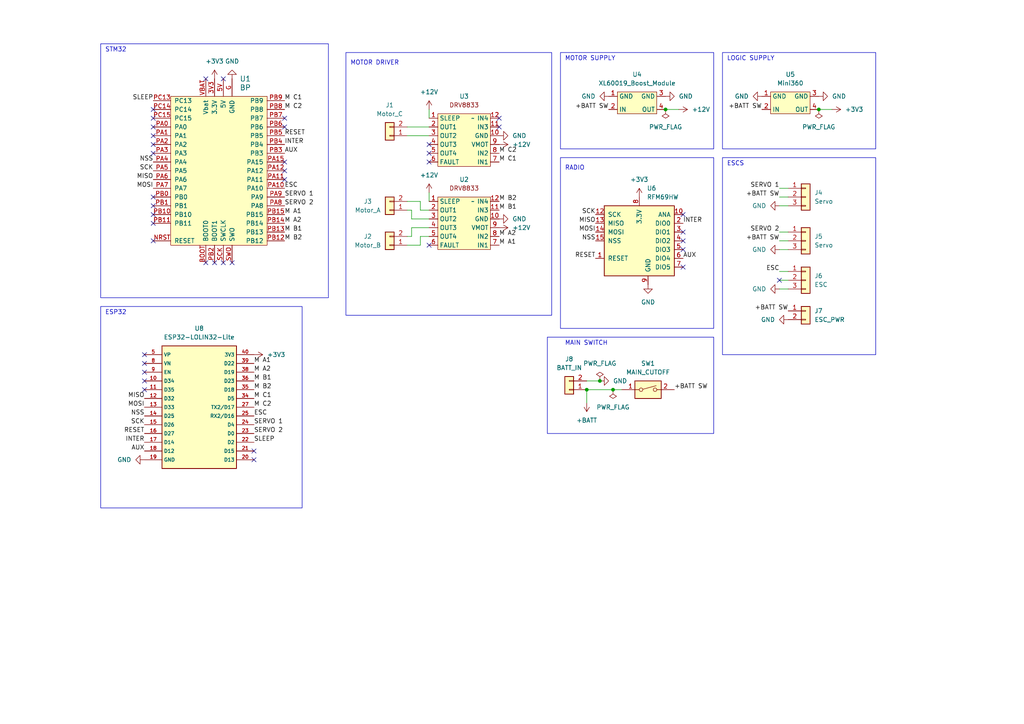
<source format=kicad_sch>
(kicad_sch (version 20230121) (generator eeschema)
  (paper "A4")
  (title_block (title "Omnidroid Controller") (rev "1.0"))
  (lib_symbols
    (symbol "Connector_Generic:Conn_01x02" (pin_names (offset 1.016) hide)
      (property "Reference" "J" (at 0 2.54 0))
      (property "Value" "Conn_01x02" (at 0 -5.08 0))
      (symbol "Conn_01x02_1_1"
        (rectangle (start -1.27 -2.413) (end 0 -2.667) (stroke (width 0.1524)))
        (rectangle (start -1.27 0.127) (end 0 -0.127) (stroke (width 0.1524)))
        (rectangle (start -1.27 1.27) (end 1.27 -3.81) (stroke (width 0.254)) (fill (type background)))
        (pin passive line (at -5.08 0 0) (length 3.81) (name "Pin_1") (number "1"))
        (pin passive line (at -5.08 -2.54 0) (length 3.81) (name "Pin_2") (number "2"))
      )
    )
    (symbol "Connector_Generic:Conn_01x03" (pin_names (offset 1.016) hide)
      (property "Reference" "J" (at 0 5.08 0))
      (property "Value" "Conn_01x03" (at 0 -5.08 0))
      (symbol "Conn_01x03_1_1"
        (rectangle (start -1.27 -2.413) (end 0 -2.667) (stroke (width 0.1524)))
        (rectangle (start -1.27 0.127) (end 0 -0.127) (stroke (width 0.1524)))
        (rectangle (start -1.27 2.667) (end 0 2.413) (stroke (width 0.1524)))
        (rectangle (start -1.27 3.81) (end 1.27 -3.81) (stroke (width 0.254)) (fill (type background)))
        (pin passive line (at -5.08 2.54 0) (length 3.81) (name "Pin_1") (number "1"))
        (pin passive line (at -5.08 0 0) (length 3.81) (name "Pin_2") (number "2"))
        (pin passive line (at -5.08 -2.54 0) (length 3.81) (name "Pin_3") (number "3"))
      )
    )
    (symbol "Espressif:ESP32-LOLIN32-Lite"
      (property "Reference" "U" (at -3.81 13.97 0))
      (property "Value" "ESP32-LOLIN32-Lite" (at 0 1.27 90))
      (symbol "ESP32-LOLIN32-Lite_0_1"
        (rectangle (start -11.43 19.05) (end 10.16 -16.51) (stroke (width 0.254)) (fill (type background)))
      )
      (symbol "ESP32-LOLIN32-Lite_1_1"
        (pin bidirectional line (at -16.51 8.89 0) (length 5.08) (name "D34") (number "10"))
        (pin bidirectional line (at -16.51 6.35 0) (length 5.08) (name "D35") (number "11"))
        (pin bidirectional line (at -16.51 3.81 0) (length 5.08) (name "D32") (number "12"))
        (pin bidirectional line (at -16.51 1.27 0) (length 5.08) (name "D33") (number "13"))
        (pin bidirectional line (at -16.51 -1.27 0) (length 5.08) (name "D25") (number "14"))
        (pin bidirectional line (at -16.51 -3.81 0) (length 5.08) (name "D26") (number "15"))
        (pin bidirectional line (at -16.51 -6.35 0) (length 5.08) (name "D27") (number "16"))
        (pin bidirectional line (at -16.51 -8.89 0) (length 5.08) (name "D14") (number "17"))
        (pin bidirectional line (at -16.51 -11.43 0) (length 5.08) (name "D12") (number "18"))
        (pin power_in line (at -16.51 -13.97 0) (length 5.08) (name "GND") (number "19"))
        (pin bidirectional line (at 15.24 -13.97 180) (length 5.08) (name "D13") (number "20"))
        (pin bidirectional line (at 15.24 -11.43 180) (length 5.08) (name "D15") (number "21"))
        (pin bidirectional line (at 15.24 -8.89 180) (length 5.08) (name "D2") (number "22"))
        (pin bidirectional line (at 15.24 -6.35 180) (length 5.08) (name "D0") (number "23"))
        (pin bidirectional line (at 15.24 -3.81 180) (length 5.08) (name "D4") (number "24"))
        (pin input line (at 15.24 -1.27 180) (length 5.08) (name "RX2/D16") (number "25"))
        (pin output line (at 15.24 1.27 180) (length 5.08) (name "TX2/D17") (number "27"))
        (pin bidirectional line (at 15.24 3.81 180) (length 5.08) (name "D5") (number "34"))
        (pin bidirectional line (at 15.24 6.35 180) (length 5.08) (name "D18") (number "35"))
        (pin bidirectional line (at 15.24 8.89 180) (length 5.08) (name "D23") (number "36"))
        (pin bidirectional line (at 15.24 11.43 180) (length 5.08) (name "D19") (number "38"))
        (pin bidirectional line (at 15.24 13.97 180) (length 5.08) (name "D22") (number "39"))
        (pin input line (at 15.24 16.51 180) (length 5.08) (name "3V3") (number "40"))
        (pin bidirectional line (at -16.51 16.51 0) (length 5.08) (name "VP") (number "5"))
        (pin bidirectional line (at -16.51 13.97 0) (length 5.08) (name "VN") (number "8"))
        (pin input line (at -16.51 11.43 0) (length 5.08) (name "EN") (number "9"))
      )
    )
    (symbol "My_Library:HW-627"
      (property "Reference" "U" (at 0 0 0))
      (symbol "HW-627_1_1"
        (rectangle (start -7.62 7.62) (end 7.62 -7.62) (fill (type background)))
        (text "DRV8833" (at 0 10.16 0) (effects (font (size 1.27 1.27))))
        (pin output line (at -10.16 6.35 0) (length 2.54) (name "SLEEP") (number "1"))
        (pin power_out line (at 10.16 1.27 180) (length 2.54) (name "GND") (number "10"))
        (pin input line (at 10.16 3.81 180) (length 2.54) (name "IN3") (number "11"))
        (pin input line (at 10.16 6.35 180) (length 2.54) (name "IN4") (number "12"))
        (pin output line (at -10.16 3.81 0) (length 2.54) (name "OUT1") (number "2"))
        (pin output line (at -10.16 1.27 0) (length 2.54) (name "OUT2") (number "3"))
        (pin output line (at -10.16 -1.27 0) (length 2.54) (name "OUT3") (number "4"))
        (pin output line (at -10.16 -3.81 0) (length 2.54) (name "OUT4") (number "5"))
        (pin output line (at -10.16 -6.35 0) (length 2.54) (name "FAULT") (number "6"))
        (pin input line (at 10.16 -6.35 180) (length 2.54) (name "IN1") (number "7"))
        (pin input line (at 10.16 -3.81 180) (length 2.54) (name "IN2") (number "8"))
        (pin power_in line (at 10.16 -1.27 180) (length 2.54) (name "VMOT") (number "9"))
      )
    )
    (symbol "My_Library:Mini360"
      (property "Reference" "U" (at 2.54 7.62 0))
      (property "Value" "Mini360" (at 6.35 10.16 0))
      (symbol "Mini360_1_1"
        (rectangle (start 0 6.35) (end 11.43 0) (fill (type background)))
        (pin power_in line (at -2.54 5.08 0) (length 2.54) (name "GND") (number "1"))
        (pin power_in line (at -2.54 1.27 0) (length 2.54) (name "IN") (number "2"))
        (pin power_out line (at 13.97 5.08 180) (length 2.54) (name "GND") (number "3"))
        (pin power_out line (at 13.97 1.27 180) (length 2.54) (name "OUT") (number "4"))
      )
    )
    (symbol "My_Library:STM32 Bluepill" (pin_names (offset 1.016))
      (property "Reference" "U" (at -11.43 22.86 0))
      (property "Value" "BP" (at 7.62 -24.13 0))
      (symbol "STM32 Bluepill_1_1"
        (rectangle (start -13.97 21.59) (end 13.97 -21.59) (fill (type background)))
        (pin power_out line (at -1.27 26.67 270) (length 5.08) (name "3.3V") (number "3V3"))
        (pin power_out line (at 1.27 26.67 270) (length 5.08) (name "5V") (number "5V"))
        (pin input line (at -3.81 -26.67 90) (length 5.08) (name "BOOT0") (number "BOOT"))
        (pin power_out line (at 3.81 26.67 270) (length 5.08) (name "GND") (number "G"))
        (pin input line (at -19.05 -20.32 0) (length 5.08) (name "RESET") (number "NRST"))
        (pin bidirectional line (at -19.05 12.7 0) (length 5.08) (name "PA0") (number "PA0"))
        (pin bidirectional line (at -19.05 10.16 0) (length 5.08) (name "PA1") (number "PA1"))
        (pin bidirectional line (at 19.05 -5.08 180) (length 5.08) (name "PA10") (number "PA10"))
        (pin bidirectional line (at 19.05 -2.54 180) (length 5.08) (name "PA11") (number "PA11"))
        (pin bidirectional line (at 19.05 0 180) (length 5.08) (name "PA12") (number "PA12"))
        (pin bidirectional line (at 19.05 2.54 180) (length 5.08) (name "PA15") (number "PA15"))
        (pin bidirectional line (at -19.05 7.62 0) (length 5.08) (name "PA2") (number "PA2"))
        (pin bidirectional line (at -19.05 5.08 0) (length 5.08) (name "PA3") (number "PA3"))
        (pin bidirectional line (at -19.05 2.54 0) (length 5.08) (name "PA4") (number "PA4"))
        (pin bidirectional line (at -19.05 0 0) (length 5.08) (name "PA5") (number "PA5"))
        (pin bidirectional line (at -19.05 -2.54 0) (length 5.08) (name "PA6") (number "PA6"))
        (pin bidirectional line (at -19.05 -5.08 0) (length 5.08) (name "PA7") (number "PA7"))
        (pin bidirectional line (at 19.05 -10.16 180) (length 5.08) (name "PA8") (number "PA8"))
        (pin bidirectional line (at 19.05 -7.62 180) (length 5.08) (name "PA9") (number "PA9"))
        (pin bidirectional line (at -19.05 -7.62 0) (length 5.08) (name "PB0") (number "PB0"))
        (pin bidirectional line (at -19.05 -10.16 0) (length 5.08) (name "PB1") (number "PB1"))
        (pin bidirectional line (at -19.05 -12.7 0) (length 5.08) (name "PB10") (number "PB10"))
        (pin bidirectional line (at -19.05 -15.24 0) (length 5.08) (name "PB11") (number "PB11"))
        (pin bidirectional line (at 19.05 -20.32 180) (length 5.08) (name "PB12") (number "PB12"))
        (pin bidirectional line (at 19.05 -17.78 180) (length 5.08) (name "PB13") (number "PB13"))
        (pin bidirectional line (at 19.05 -15.24 180) (length 5.08) (name "PB14") (number "PB14"))
        (pin bidirectional line (at 19.05 -12.7 180) (length 5.08) (name "PB15") (number "PB15"))
        (pin bidirectional line (at -1.27 -26.67 90) (length 5.08) (name "BOOT1") (number "PB2"))
        (pin bidirectional line (at 19.05 5.08 180) (length 5.08) (name "PB3") (number "PB3"))
        (pin bidirectional line (at 19.05 7.62 180) (length 5.08) (name "PB4") (number "PB4"))
        (pin bidirectional line (at 19.05 10.16 180) (length 5.08) (name "PB5") (number "PB5"))
        (pin bidirectional line (at 19.05 12.7 180) (length 5.08) (name "PB6") (number "PB6"))
        (pin bidirectional line (at 19.05 15.24 180) (length 5.08) (name "PB7") (number "PB7"))
        (pin bidirectional line (at 19.05 17.78 180) (length 5.08) (name "PB8") (number "PB8"))
        (pin bidirectional line (at 19.05 20.32 180) (length 5.08) (name "PB9") (number "PB9"))
        (pin bidirectional line (at -19.05 20.32 0) (length 5.08) (name "PC13") (number "PC13"))
        (pin bidirectional line (at -19.05 17.78 0) (length 5.08) (name "PC14") (number "PC14"))
        (pin bidirectional line (at -19.05 15.24 0) (length 5.08) (name "PC15") (number "PC15"))
        (pin bidirectional line (at 1.27 -26.67 90) (length 5.08) (name "SWCLK") (number "SCK"))
        (pin bidirectional line (at 3.81 -26.67 90) (length 5.08) (name "SWO") (number "SWO"))
        (pin power_in line (at -3.81 26.67 270) (length 5.08) (name "Vbat") (number "VBAT"))
      )
    )
    (symbol "My_Library:XL60019_Boost_Module"
      (property "Reference" "U" (at 2.54 7.62 0))
      (property "Value" "XL60019_Boost_Module" (at 6.35 10.16 0))
      (symbol "XL60019_Boost_Module_1_1"
        (rectangle (start 0 6.35) (end 11.43 0) (fill (type background)))
        (pin power_in line (at -2.54 5.08 0) (length 2.54) (name "GND") (number "1"))
        (pin power_in line (at -2.54 1.27 0) (length 2.54) (name "IN") (number "2"))
        (pin power_out line (at 13.97 5.08 180) (length 2.54) (name "GND") (number "3"))
        (pin power_out line (at 13.97 1.27 180) (length 2.54) (name "OUT") (number "4"))
      )
    )
    (symbol "RF_Module:RFM69HW" (pin_names (offset 1.016))
      (property "Reference" "U" (at -3.81 11.43 0))
      (property "Value" "RFM69HW" (at -7.62 13.97 0))
      (symbol "RFM69HW_0_1"
        (rectangle (start -10.16 10.16) (end 10.16 -10.16) (stroke (width 0.254)) (fill (type background)))
      )
      (symbol "RFM69HW_1_1"
        (pin input line (at -12.7 -5.08 0) (length 2.54) (name "RESET") (number "1"))
        (pin output line (at 12.7 7.62 180) (length 2.54) (name "ANA") (number "10"))
        (pin passive line (at 2.54 -12.7 90) (length 2.54) hide (name "GND") (number "11"))
        (pin input line (at -12.7 7.62 0) (length 2.54) (name "SCK") (number "12"))
        (pin output line (at -12.7 5.08 0) (length 2.54) (name "MISO") (number "13"))
        (pin input line (at -12.7 2.54 0) (length 2.54) (name "MOSI") (number "14"))
        (pin input line (at -12.7 0 0) (length 2.54) (name "NSS") (number "15"))
        (pin no_connect line (at -2.54 -10.16 90) (length 2.54) hide (name "NC") (number "16"))
        (pin bidirectional line (at 12.7 5.08 180) (length 2.54) (name "DIO0") (number "2"))
        (pin bidirectional line (at 12.7 2.54 180) (length 2.54) (name "DIO1") (number "3"))
        (pin bidirectional line (at 12.7 0 180) (length 2.54) (name "DIO2") (number "4"))
        (pin bidirectional line (at 12.7 -2.54 180) (length 2.54) (name "DIO3") (number "5"))
        (pin bidirectional line (at 12.7 -5.08 180) (length 2.54) (name "DIO4") (number "6"))
        (pin bidirectional line (at 12.7 -7.62 180) (length 2.54) (name "DIO5") (number "7"))
        (pin power_in line (at 0 12.7 270) (length 2.54) (name "3.3V") (number "8"))
        (pin power_in line (at 2.54 -12.7 90) (length 2.54) (name "GND") (number "9"))
      )
    )
    (symbol "Switch:SW_DIP_x01" (pin_names (offset 0) hide)
      (property "Reference" "SW" (at 0 3.81 0))
      (property "Value" "SW_DIP_x01" (at 0 -3.81 0))
      (symbol "SW_DIP_x01_0_0"
        (circle (center -2.032 0) (radius 0.508))
        (polyline (pts (xy -1.524 0.127) (xy 2.3622 1.1684)))
        (circle (center 2.032 0) (radius 0.508))
      )
      (symbol "SW_DIP_x01_0_1"
        (rectangle (start -3.81 2.54) (end 3.81 -2.54) (stroke (width 0.254)) (fill (type background)))
      )
      (symbol "SW_DIP_x01_1_1"
        (pin passive line (at -7.62 0 0) (length 5.08) (name "~") (number "1"))
        (pin passive line (at 7.62 0 180) (length 5.08) (name "~") (number "2"))
      )
    )
    (symbol "power:+12V" (power) (pin_names (offset 0))
      (property "Value" "+12V" (at 0 3.556 0))
      (symbol "+12V_0_1"
        (polyline (pts (xy -0.762 1.27) (xy 0 2.54)))
        (polyline (pts (xy 0 0) (xy 0 2.54)))
        (polyline (pts (xy 0 2.54) (xy 0.762 1.27)))
      )
      (symbol "+12V_1_1"
        (pin power_in line (at 0 0 90) (length 0) hide (name "+12V") (number "1"))
      )
    )
    (symbol "power:+3V3" (power) (pin_names (offset 0))
      (property "Value" "+3V3" (at 0 3.556 0))
      (symbol "+3V3_0_1"
        (polyline (pts (xy -0.762 1.27) (xy 0 2.54)))
        (polyline (pts (xy 0 0) (xy 0 2.54)))
        (polyline (pts (xy 0 2.54) (xy 0.762 1.27)))
      )
      (symbol "+3V3_1_1"
        (pin power_in line (at 0 0 90) (length 0) hide (name "+3V3") (number "1"))
      )
    )
    (symbol "power:+BATT" (power) (pin_names (offset 0))
      (property "Value" "+BATT" (at 0 3.556 0))
      (symbol "+BATT_0_1"
        (polyline (pts (xy -0.762 1.27) (xy 0 2.54)))
        (polyline (pts (xy 0 0) (xy 0 2.54)))
        (polyline (pts (xy 0 2.54) (xy 0.762 1.27)))
      )
      (symbol "+BATT_1_1"
        (pin power_in line (at 0 0 90) (length 0) hide (name "+BATT") (number "1"))
      )
    )
    (symbol "power:GND" (power) (pin_names (offset 0))
      (property "Value" "GND" (at 0 -3.81 0))
      (symbol "GND_0_1"
        (polyline (pts (xy 0 0) (xy 0 -1.27) (xy 1.27 -1.27) (xy 0 -2.54) (xy -1.27 -1.27) (xy 0 -1.27)))
      )
      (symbol "GND_1_1"
        (pin power_in line (at 0 0 270) (length 0) hide (name "GND") (number "1"))
      )
    )
    (symbol "power:PWR_FLAG" (power) (pin_numbers hide) (pin_names (offset 0) hide)
      (property "Value" "PWR_FLAG" (at 0 3.81 0))
      (symbol "PWR_FLAG_0_0"
        (pin power_out line (at 0 0 90) (length 0) (name "pwr") (number "1"))
      )
      (symbol "PWR_FLAG_0_1"
        (polyline (pts (xy 0 0) (xy 0 1.27) (xy -1.016 1.905) (xy 0 2.54) (xy 1.016 1.905) (xy 0 1.27)))
      )
    )
  )
  (junction (at 170.18 113.03))
  (junction (at 177.8 113.03))
  (junction (at 193.04 31.75))
  (junction (at 173.99 110.49))
  (junction (at 237.49 31.75))
  (no_connect (at 82.55 46.99))
  (no_connect (at 41.91 110.49))
  (no_connect (at 44.45 44.45))
  (no_connect (at 64.77 22.86))
  (no_connect (at 44.45 64.77))
  (no_connect (at 64.77 76.2))
  (no_connect (at 198.12 72.39))
  (no_connect (at 41.91 105.41))
  (no_connect (at 41.91 102.87))
  (no_connect (at 198.12 62.23))
  (no_connect (at 198.12 69.85))
  (no_connect (at 62.23 76.2))
  (no_connect (at 59.69 22.86))
  (no_connect (at 198.12 77.47))
  (no_connect (at 82.55 34.29))
  (no_connect (at 124.46 71.12))
  (no_connect (at 73.66 133.35))
  (no_connect (at 44.45 41.91))
  (no_connect (at 124.46 44.45))
  (no_connect (at 44.45 31.75))
  (no_connect (at 44.45 62.23))
  (no_connect (at 226.06 81.28))
  (no_connect (at 124.46 46.99))
  (no_connect (at 82.55 36.83))
  (no_connect (at 198.12 67.31))
  (no_connect (at 67.31 76.2))
  (no_connect (at 44.45 57.15))
  (no_connect (at 73.66 130.81))
  (no_connect (at 41.91 113.03))
  (no_connect (at 82.55 49.53))
  (no_connect (at 124.46 41.91))
  (no_connect (at 44.45 69.85))
  (no_connect (at 144.78 34.29))
  (no_connect (at 44.45 34.29))
  (no_connect (at 59.69 76.2))
  (no_connect (at 82.55 52.07))
  (no_connect (at 144.78 36.83))
  (no_connect (at 44.45 39.37))
  (no_connect (at 41.91 107.95))
  (no_connect (at 44.45 59.69))
  (no_connect (at 44.45 36.83))
  (wire (pts (xy 226.06 78.74) (xy 228.6 78.74)))
  (wire (pts (xy 119.38 68.58) (xy 119.38 66.04)))
  (wire (pts (xy 177.8 113.03) (xy 180.34 113.03)))
  (wire (pts (xy 118.11 71.12) (xy 121.92 71.12)))
  (wire (pts (xy 226.06 57.15) (xy 228.6 57.15)))
  (wire (pts (xy 121.92 60.96) (xy 124.46 60.96)))
  (wire (pts (xy 226.06 81.28) (xy 228.6 81.28)))
  (wire (pts (xy 241.3 31.75) (xy 237.49 31.75)))
  (wire (pts (xy 226.06 67.31) (xy 228.6 67.31)))
  (wire (pts (xy 226.06 69.85) (xy 228.6 69.85)))
  (wire (pts (xy 173.99 110.49) (xy 170.18 110.49)))
  (wire (pts (xy 196.85 31.75) (xy 193.04 31.75)))
  (wire (pts (xy 118.11 58.42) (xy 121.92 58.42)))
  (wire (pts (xy 121.92 58.42) (xy 121.92 60.96)))
  (wire (pts (xy 226.06 83.82) (xy 228.6 83.82)))
  (wire (pts (xy 170.18 116.84) (xy 170.18 113.03)))
  (wire (pts (xy 118.11 60.96) (xy 119.38 60.96)))
  (wire (pts (xy 121.92 68.58) (xy 124.46 68.58)))
  (wire (pts (xy 118.11 68.58) (xy 119.38 68.58)))
  (wire (pts (xy 226.06 59.69) (xy 228.6 59.69)))
  (wire (pts (xy 124.46 55.88) (xy 124.46 58.42)))
  (wire (pts (xy 119.38 63.5) (xy 124.46 63.5)))
  (wire (pts (xy 226.06 54.61) (xy 228.6 54.61)))
  (wire (pts (xy 124.46 31.75) (xy 124.46 34.29)))
  (wire (pts (xy 119.38 60.96) (xy 119.38 63.5)))
  (wire (pts (xy 119.38 66.04) (xy 124.46 66.04)))
  (wire (pts (xy 170.18 113.03) (xy 177.8 113.03)))
  (wire (pts (xy 121.92 71.12) (xy 121.92 68.58)))
  (wire (pts (xy 226.06 72.39) (xy 228.6 72.39)))
  (wire (pts (xy 118.11 39.37) (xy 124.46 39.37)))
  (wire (pts (xy 118.11 36.83) (xy 124.46 36.83)))
  (rectangle (start 162.56 15.24) (end 207.01 43.18))
  (rectangle (start 209.55 45.72) (end 254 102.87))
  (rectangle (start 29.21 88.9) (end 87.63 147.32))
  (rectangle (start 100.33 15.24) (end 160.02 91.44))
  (rectangle (start 158.75 97.79) (end 207.01 125.73))
  (rectangle (start 162.56 45.72) (end 207.01 95.25))
  (rectangle (start 29.21 12.7) (end 95.25 86.36))
  (rectangle (start 209.55 15.24) (end 254 43.18))
  (text "ESP32" (at 30.48 91.44 0) (effects (font (size 1.27 1.27)) (justify left bottom)))
  (text "RADIO" (at 163.83 49.53 0) (effects (font (size 1.27 1.27)) (justify left bottom)))
  (text "ESCS" (at 210.82 48.26 0) (effects (font (size 1.27 1.27)) (justify left bottom)))
  (text "MAIN SWITCH" (at 163.83 100.33 0) (effects (font (size 1.27 1.27)) (justify left bottom)))
  (text "STM32" (at 30.48 15.24 0) (effects (font (size 1.27 1.27)) (justify left bottom)))
  (text "MOTOR DRIVER" (at 101.6 19.05 0) (effects (font (size 1.27 1.27)) (justify left bottom)))
  (text "MOTOR SUPPLY\n" (at 163.83 17.78 0) (effects (font (size 1.27 1.27)) (justify left bottom)))
  (text "LOGIC SUPPLY\n" (at 210.82 17.78 0) (effects (font (size 1.27 1.27)) (justify left bottom)))
  (label "SERVO 1" (at 226.06 54.61 180))
  (label "M C2" (at 73.66 118.11 0))
  (label "MOSI" (at 44.45 54.61 180))
  (label "INTER" (at 41.91 128.27 180))
  (label "+BATT SW" (at 176.53 31.75 180))
  (label "SLEEP" (at 44.45 29.21 180))
  (label "M A2" (at 73.66 107.95 0))
  (label "INTER" (at 198.12 64.77 0))
  (label "SERVO 2" (at 226.06 67.31 180))
  (label "RESET" (at 82.55 39.37 0))
  (label "+BATT SW" (at 226.06 69.85 180))
  (label "INTER" (at 82.55 41.91 0))
  (label "SERVO 1" (at 73.66 123.19 0))
  (label "AUX" (at 41.91 130.81 180))
  (label "MISO" (at 172.72 64.77 180))
  (label "ESC" (at 82.55 54.61 0))
  (label "SCK" (at 172.72 62.23 180))
  (label "M B1" (at 73.66 110.49 0))
  (label "NSS" (at 172.72 69.85 180))
  (label "+BATT SW" (at 220.98 31.75 180))
  (label "M C2" (at 82.55 31.75 0))
  (label "NSS" (at 41.91 120.65 180))
  (label "+BATT SW" (at 195.58 113.03 0))
  (label "M C1" (at 144.78 46.99 0))
  (label "MISO" (at 41.91 115.57 180))
  (label "M B1" (at 82.55 67.31 0))
  (label "ESC" (at 226.06 78.74 180))
  (label "SCK" (at 41.91 123.19 180))
  (label "M C1" (at 73.66 115.57 0))
  (label "M B1" (at 144.78 60.96 0))
  (label "M C2" (at 144.78 44.45 0))
  (label "M A2" (at 144.78 68.58 0))
  (label "+BATT SW" (at 226.06 57.15 180))
  (label "MISO" (at 44.45 52.07 180))
  (label "RESET" (at 41.91 125.73 180))
  (label "RESET" (at 172.72 74.93 180))
  (label "SERVO 2" (at 73.66 125.73 0))
  (label "SERVO 2" (at 82.55 59.69 0))
  (label "M A2" (at 82.55 64.77 0))
  (label "ESC" (at 73.66 120.65 0))
  (label "M B2" (at 82.55 69.85 0))
  (label "SCK" (at 44.45 49.53 180))
  (label "M C1" (at 82.55 29.21 0))
  (label "M A1" (at 82.55 62.23 0))
  (label "MOSI" (at 172.72 67.31 180))
  (label "SERVO 1" (at 82.55 57.15 0))
  (label "AUX" (at 198.12 74.93 0))
  (label "SLEEP" (at 73.66 128.27 0))
  (label "AUX" (at 82.55 44.45 0))
  (label "MOSI" (at 41.91 118.11 180))
  (label "M B2" (at 73.66 113.03 0))
  (label "+BATT SW" (at 228.6 90.17 180))
  (label "M B2" (at 144.78 58.42 0))
  (label "M A1" (at 144.78 71.12 0))
  (label "M A1" (at 73.66 105.41 0))
  (label "NSS" (at 44.45 46.99 180))
  (symbol (lib_id "power:+12V") (at 144.78 41.91 270) (unit 1)
    (property "Reference" "#PWR012" (effects hide))
    (property "Value" "+12V" (at 148.59 41.91 90) (effects (justify left)))
  )
  (symbol (lib_id "RF_Module:RFM69HW") (at 185.42 69.85 0) (unit 1)
    (property "Reference" "U6" (at 187.6141 54.61 0) (effects (justify left)))
    (property "Value" "RFM69HW" (at 187.6141 57.15 0) (effects (justify left)))
    (property "Footprint" "My_Library:HOPERF_RFM69HW" (effects hide))
    (property "Datasheet" "https://www.hoperf.com/data/upload/portal/20181127/5bfcbb56f1fd7.pdf" (effects hide))
  )
  (symbol (lib_id "Connector_Generic:Conn_01x02") (at 113.03 39.37 180) (unit 1)
    (property "Reference" "J1" (at 113.03 30.48 0))
    (property "Value" "Motor_C" (at 113.03 33.02 0))
    (property "Footprint" "Connector_PinHeader_2.54mm:PinHeader_1x02_P2.54mm_Vertical" (effects hide))
  )
  (symbol (lib_id "power:+3V3") (at 185.42 57.15 0) (unit 1)
    (property "Reference" "#PWR019" (effects hide))
    (property "Value" "+3V3" (at 185.42 52.07 0))
  )
  (symbol (lib_id "power:PWR_FLAG") (at 173.99 110.49 0) (unit 1)
    (property "Reference" "#FLG03" (effects hide))
    (property "Value" "PWR_FLAG" (at 173.99 105.41 0))
  )
  (symbol (lib_id "power:PWR_FLAG") (at 177.8 113.03 180) (unit 1)
    (property "Reference" "#FLG04" (effects hide))
    (property "Value" "PWR_FLAG" (at 177.8 118.11 0))
  )
  (symbol (lib_id "power:PWR_FLAG") (at 237.49 31.75 180) (unit 1)
    (property "Reference" "#FLG01" (effects hide))
    (property "Value" "PWR_FLAG" (at 237.49 36.83 0))
  )
  (symbol (lib_id "power:GND") (at 193.04 27.94 90) (unit 1)
    (property "Reference" "#PWR01" (effects hide))
    (property "Value" "GND" (at 196.85 27.94 90) (effects (justify right)))
  )
  (symbol (lib_id "power:+3V3") (at 73.66 102.87 270) (unit 1)
    (property "Reference" "#PWR023" (effects hide))
    (property "Value" "+3V3" (at 77.47 102.87 90) (effects (justify left)))
  )
  (symbol (lib_id "power:GND") (at 173.99 110.49 90) (unit 1)
    (property "Reference" "#PWR09" (effects hide))
    (property "Value" "GND" (at 177.8 110.49 90) (effects (justify right)))
  )
  (symbol (lib_id "power:+12V") (at 196.85 31.75 270) (unit 1)
    (property "Reference" "#PWR010" (effects hide))
    (property "Value" "+12V" (at 200.66 31.75 90) (effects (justify left)))
  )
  (symbol (lib_id "Connector_Generic:Conn_01x03") (at 233.68 57.15 0) (unit 1)
    (property "Reference" "J4" (at 236.22 55.88 0) (effects (justify left)))
    (property "Value" "Servo" (at 236.22 58.42 0) (effects (justify left)))
    (property "Footprint" "Connector_PinHeader_2.54mm:PinHeader_1x03_P2.54mm_Vertical" (effects hide))
  )
  (symbol (lib_id "power:+3V3") (at 62.23 22.86 0) (unit 1)
    (property "Reference" "#PWR05" (effects hide))
    (property "Value" "+3V3" (at 62.23 17.78 0))
  )
  (symbol (lib_id "power:GND") (at 226.06 72.39 270) (unit 1)
    (property "Reference" "#PWR018" (effects hide))
    (property "Value" "GND" (at 222.25 72.39 90) (effects (justify right)))
  )
  (symbol (lib_id "power:GND") (at 176.53 27.94 270) (unit 1)
    (property "Reference" "#PWR04" (effects hide))
    (property "Value" "GND" (at 172.72 27.94 90) (effects (justify right)))
  )
  (symbol (lib_id "power:GND") (at 144.78 63.5 90) (unit 1)
    (property "Reference" "#PWR013" (effects hide))
    (property "Value" "GND" (at 148.59 63.5 90) (effects (justify right)))
  )
  (symbol (lib_id "Connector_Generic:Conn_01x02") (at 113.03 71.12 180) (unit 1)
    (property "Reference" "J2" (at 106.68 68.58 0))
    (property "Value" "Motor_B" (at 106.68 71.12 0))
    (property "Footprint" "Connector_PinHeader_2.54mm:PinHeader_1x02_P2.54mm_Vertical" (effects hide))
  )
  (symbol (lib_id "My_Library:XL60019_Boost_Module") (at 179.07 33.02 0) (unit 1)
    (property "Reference" "U4" (at 184.785 21.59 0))
    (property "Value" "XL60019_Boost_Module" (at 184.785 24.13 0))
    (property "Footprint" "My_Library:XL60019 Boost Module" (effects hide))
  )
  (symbol (lib_id "My_Library:HW-627") (at 134.62 64.77 0) (unit 1)
    (property "Reference" "U2" (at 134.62 52.07 0))
    (property "Value" "~" (at 137.16 58.42 0))
    (property "Footprint" "My_Library:HW-627" (effects hide))
  )
  (symbol (lib_id "Connector_Generic:Conn_01x02") (at 233.68 90.17 0) (unit 1)
    (property "Reference" "J7" (at 236.22 90.17 0) (effects (justify left)))
    (property "Value" "ESC_PWR" (at 236.22 92.71 0) (effects (justify left)))
    (property "Footprint" "Connector_PinHeader_2.54mm:PinHeader_1x02_P2.54mm_Vertical" (effects hide))
  )
  (symbol (lib_id "power:GND") (at 67.31 22.86 180) (unit 1)
    (property "Reference" "#PWR06" (effects hide))
    (property "Value" "GND" (at 67.31 17.78 0))
  )
  (symbol (lib_id "My_Library:Mini360") (at 223.52 33.02 0) (unit 1)
    (property "Reference" "U5" (at 229.235 21.59 0))
    (property "Value" "Mini360" (at 229.235 24.13 0))
    (property "Footprint" "My_Library:Mini360" (effects hide))
  )
  (symbol (lib_id "power:GND") (at 187.96 82.55 0) (unit 1)
    (property "Reference" "#PWR020" (effects hide))
    (property "Value" "GND" (at 187.96 87.63 0))
  )
  (symbol (lib_id "power:GND") (at 41.91 133.35 270) (unit 1)
    (property "Reference" "#PWR021" (effects hide))
    (property "Value" "GND" (at 38.1 133.35 90) (effects (justify right)))
  )
  (symbol (lib_id "Espressif:ESP32-LOLIN32-Lite") (at 58.42 119.38 0) (unit 1)
    (property "Reference" "U8" (at 57.785 95.25 0))
    (property "Value" "ESP32-LOLIN32-Lite" (at 57.785 97.79 0))
    (property "Footprint" "Espressif:ESP32-LOLIN32-Lite" (effects hide))
  )
  (symbol (lib_id "power:+12V") (at 124.46 55.88 0) (unit 1)
    (property "Reference" "#PWR017" (effects hide))
    (property "Value" "+12V" (at 124.46 50.8 0))
  )
  (symbol (lib_id "power:+BATT") (at 170.18 116.84 180) (unit 1)
    (property "Reference" "#PWR025" (effects hide))
    (property "Value" "+BATT" (at 170.18 121.92 0))
  )
  (symbol (lib_id "power:GND") (at 226.06 83.82 270) (unit 1)
    (property "Reference" "#PWR022" (effects hide))
    (property "Value" "GND" (at 222.25 83.82 90) (effects (justify right)))
  )
  (symbol (lib_id "power:+12V") (at 124.46 31.75 0) (unit 1)
    (property "Reference" "#PWR016" (effects hide))
    (property "Value" "+12V" (at 124.46 26.67 0))
  )
  (symbol (lib_id "Connector_Generic:Conn_01x03") (at 233.68 81.28 0) (unit 1)
    (property "Reference" "J6" (at 236.22 80.01 0) (effects (justify left)))
    (property "Value" "ESC" (at 236.22 82.55 0) (effects (justify left)))
    (property "Footprint" "Connector_PinHeader_2.54mm:PinHeader_1x03_P2.54mm_Vertical" (effects hide))
  )
  (symbol (lib_id "My_Library:STM32 Bluepill") (at 63.5 49.53 0) (unit 1)
    (property "Reference" "U1" (at 69.5041 22.86 0) (effects (font (size 1.524 1.524)) (justify left)))
    (property "Value" "BP" (at 69.5041 25.4 0) (effects (font (size 1.524 1.524)) (justify left)))
    (property "Footprint" "My_Library:blue_pill" (effects hide))
    (property "Datasheet" "https://www.electronicshub.org/getting-started-with-stm32f103c8t6-blue-pill/" (effects hide))
  )
  (symbol (lib_id "power:GND") (at 228.6 92.71 270) (unit 1)
    (property "Reference" "#PWR08" (effects hide))
    (property "Value" "GND" (at 224.79 92.71 90) (effects (justify right)))
  )
  (symbol (lib_id "Connector_Generic:Conn_01x02") (at 113.03 60.96 180) (unit 1)
    (property "Reference" "J3" (at 106.68 58.42 0))
    (property "Value" "Motor_A" (at 106.68 60.96 0))
    (property "Footprint" "Connector_PinHeader_2.54mm:PinHeader_1x02_P2.54mm_Vertical" (effects hide))
  )
  (symbol (lib_id "power:PWR_FLAG") (at 193.04 31.75 180) (unit 1)
    (property "Reference" "#FLG02" (effects hide))
    (property "Value" "PWR_FLAG" (at 193.04 36.83 0))
  )
  (symbol (lib_id "power:+12V") (at 144.78 66.04 270) (unit 1)
    (property "Reference" "#PWR014" (effects hide))
    (property "Value" "+12V" (at 148.59 66.04 90) (effects (justify left)))
  )
  (symbol (lib_id "power:GND") (at 220.98 27.94 270) (unit 1)
    (property "Reference" "#PWR03" (effects hide))
    (property "Value" "GND" (at 217.17 27.94 90) (effects (justify right)))
  )
  (symbol (lib_id "power:GND") (at 144.78 39.37 90) (unit 1)
    (property "Reference" "#PWR011" (effects hide))
    (property "Value" "GND" (at 148.59 39.37 90) (effects (justify right)))
  )
  (symbol (lib_id "Connector_Generic:Conn_01x03") (at 233.68 69.85 0) (unit 1)
    (property "Reference" "J5" (at 236.22 68.58 0) (effects (justify left)))
    (property "Value" "Servo" (at 236.22 71.12 0) (effects (justify left)))
    (property "Footprint" "Connector_PinHeader_2.54mm:PinHeader_1x03_P2.54mm_Vertical" (effects hide))
  )
  (symbol (lib_id "My_Library:HW-627") (at 134.62 40.64 0) (unit 1)
    (property "Reference" "U3" (at 134.62 27.94 0))
    (property "Value" "~" (at 137.16 34.29 0))
    (property "Footprint" "My_Library:HW-627" (effects hide))
  )
  (symbol (lib_id "power:GND") (at 226.06 59.69 270) (unit 1)
    (property "Reference" "#PWR015" (effects hide))
    (property "Value" "GND" (at 222.25 59.69 90) (effects (justify right)))
  )
  (symbol (lib_id "power:+3V3") (at 241.3 31.75 270) (unit 1)
    (property "Reference" "#PWR07" (effects hide))
    (property "Value" "+3V3" (at 245.11 31.75 90) (effects (justify left)))
  )
  (symbol (lib_id "Switch:SW_DIP_x01") (at 187.96 113.03 0) (unit 1)
    (property "Reference" "SW1" (at 187.96 105.41 0))
    (property "Value" "MAIN_CUTOFF" (at 187.96 107.95 0))
    (property "Footprint" "Connector_PinHeader_2.54mm:PinHeader_1x02_P2.54mm_Vertical" (effects hide))
  )
  (symbol (lib_id "Connector_Generic:Conn_01x02") (at 165.1 113.03 180) (unit 1)
    (property "Reference" "J8" (at 165.1 104.14 0))
    (property "Value" "BATT_IN" (at 165.1 106.68 0))
    (property "Footprint" "Connector_PinHeader_2.54mm:PinHeader_1x02_P2.54mm_Vertical" (effects hide))
  )
  (symbol (lib_id "power:GND") (at 237.49 27.94 90) (unit 1)
    (property "Reference" "#PWR02" (effects hide))
    (property "Value" "GND" (at 241.3 27.94 90) (effects (justify right)))
  )
)
</source>
